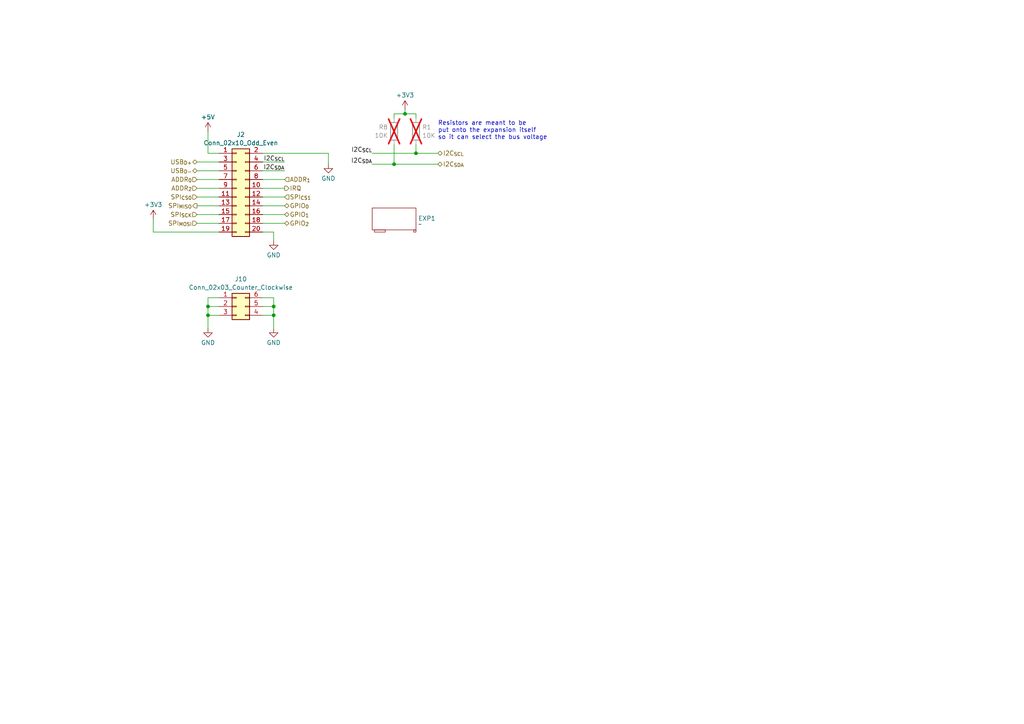
<source format=kicad_sch>
(kicad_sch (version 20231120) (generator "eeschema") (generator_version "8.0")
  (paper "A4")
  (lib_symbols
    (symbol "Connector_Generic:Conn_02x03_Counter_Clockwise" (pin_names (offset 1.016) hide)
      (property "Reference" "J" (at 1.27 5.08 0))
      (property "Value" "Conn_02x03_Counter_Clockwise" (at 1.27 -5.08 0))
      (symbol "Conn_02x03_Counter_Clockwise_1_1"
        (rectangle (start -1.27 -2.413) (end 0 -2.667) (stroke (width 0.1524)))
        (rectangle (start -1.27 0.127) (end 0 -0.127) (stroke (width 0.1524)))
        (rectangle (start -1.27 2.667) (end 0 2.413) (stroke (width 0.1524)))
        (rectangle (start -1.27 3.81) (end 3.81 -3.81) (stroke (width 0.254)) (fill (type background)))
        (rectangle (start 3.81 -2.413) (end 2.54 -2.667) (stroke (width 0.1524)))
        (rectangle (start 3.81 0.127) (end 2.54 -0.127) (stroke (width 0.1524)))
        (rectangle (start 3.81 2.667) (end 2.54 2.413) (stroke (width 0.1524)))
        (pin passive line (at -5.08 2.54 0) (length 3.81) (name "Pin_1") (number "1"))
        (pin passive line (at -5.08 0 0) (length 3.81) (name "Pin_2") (number "2"))
        (pin passive line (at -5.08 -2.54 0) (length 3.81) (name "Pin_3") (number "3"))
        (pin passive line (at 7.62 -2.54 180) (length 3.81) (name "Pin_4") (number "4"))
        (pin passive line (at 7.62 0 180) (length 3.81) (name "Pin_5") (number "5"))
        (pin passive line (at 7.62 2.54 180) (length 3.81) (name "Pin_6") (number "6"))
      )
    )
    (symbol "Connector_Generic:Conn_02x10_Odd_Even" (pin_names (offset 1.016) hide)
      (property "Reference" "J" (at 1.27 12.7 0))
      (property "Value" "Conn_02x10_Odd_Even" (at 1.27 -15.24 0))
      (symbol "Conn_02x10_Odd_Even_1_1"
        (rectangle (start -1.27 -12.573) (end 0 -12.827) (stroke (width 0.1524)))
        (rectangle (start -1.27 -10.033) (end 0 -10.287) (stroke (width 0.1524)))
        (rectangle (start -1.27 -7.493) (end 0 -7.747) (stroke (width 0.1524)))
        (rectangle (start -1.27 -4.953) (end 0 -5.207) (stroke (width 0.1524)))
        (rectangle (start -1.27 -2.413) (end 0 -2.667) (stroke (width 0.1524)))
        (rectangle (start -1.27 0.127) (end 0 -0.127) (stroke (width 0.1524)))
        (rectangle (start -1.27 2.667) (end 0 2.413) (stroke (width 0.1524)))
        (rectangle (start -1.27 5.207) (end 0 4.953) (stroke (width 0.1524)))
        (rectangle (start -1.27 7.747) (end 0 7.493) (stroke (width 0.1524)))
        (rectangle (start -1.27 10.287) (end 0 10.033) (stroke (width 0.1524)))
        (rectangle (start -1.27 11.43) (end 3.81 -13.97) (stroke (width 0.254)) (fill (type background)))
        (rectangle (start 3.81 -12.573) (end 2.54 -12.827) (stroke (width 0.1524)))
        (rectangle (start 3.81 -10.033) (end 2.54 -10.287) (stroke (width 0.1524)))
        (rectangle (start 3.81 -7.493) (end 2.54 -7.747) (stroke (width 0.1524)))
        (rectangle (start 3.81 -4.953) (end 2.54 -5.207) (stroke (width 0.1524)))
        (rectangle (start 3.81 -2.413) (end 2.54 -2.667) (stroke (width 0.1524)))
        (rectangle (start 3.81 0.127) (end 2.54 -0.127) (stroke (width 0.1524)))
        (rectangle (start 3.81 2.667) (end 2.54 2.413) (stroke (width 0.1524)))
        (rectangle (start 3.81 5.207) (end 2.54 4.953) (stroke (width 0.1524)))
        (rectangle (start 3.81 7.747) (end 2.54 7.493) (stroke (width 0.1524)))
        (rectangle (start 3.81 10.287) (end 2.54 10.033) (stroke (width 0.1524)))
        (pin passive line (at -5.08 10.16 0) (length 3.81) (name "Pin_1") (number "1"))
        (pin passive line (at 7.62 0 180) (length 3.81) (name "Pin_10") (number "10"))
        (pin passive line (at -5.08 -2.54 0) (length 3.81) (name "Pin_11") (number "11"))
        (pin passive line (at 7.62 -2.54 180) (length 3.81) (name "Pin_12") (number "12"))
        (pin passive line (at -5.08 -5.08 0) (length 3.81) (name "Pin_13") (number "13"))
        (pin passive line (at 7.62 -5.08 180) (length 3.81) (name "Pin_14") (number "14"))
        (pin passive line (at -5.08 -7.62 0) (length 3.81) (name "Pin_15") (number "15"))
        (pin passive line (at 7.62 -7.62 180) (length 3.81) (name "Pin_16") (number "16"))
        (pin passive line (at -5.08 -10.16 0) (length 3.81) (name "Pin_17") (number "17"))
        (pin passive line (at 7.62 -10.16 180) (length 3.81) (name "Pin_18") (number "18"))
        (pin passive line (at -5.08 -12.7 0) (length 3.81) (name "Pin_19") (number "19"))
        (pin passive line (at 7.62 10.16 180) (length 3.81) (name "Pin_2") (number "2"))
        (pin passive line (at 7.62 -12.7 180) (length 3.81) (name "Pin_20") (number "20"))
        (pin passive line (at -5.08 7.62 0) (length 3.81) (name "Pin_3") (number "3"))
        (pin passive line (at 7.62 7.62 180) (length 3.81) (name "Pin_4") (number "4"))
        (pin passive line (at -5.08 5.08 0) (length 3.81) (name "Pin_5") (number "5"))
        (pin passive line (at 7.62 5.08 180) (length 3.81) (name "Pin_6") (number "6"))
        (pin passive line (at -5.08 2.54 0) (length 3.81) (name "Pin_7") (number "7"))
        (pin passive line (at 7.62 2.54 180) (length 3.81) (name "Pin_8") (number "8"))
        (pin passive line (at -5.08 0 0) (length 3.81) (name "Pin_9") (number "9"))
      )
    )
    (symbol "Device:R" (pin_numbers hide) (pin_names (offset 0))
      (property "Reference" "R" (at 2.032 0 90))
      (property "Value" "R" (at 0 0 90))
      (symbol "R_0_1"
        (rectangle (start -1.016 -2.54) (end 1.016 2.54) (stroke (width 0.254)))
      )
      (symbol "R_1_1"
        (pin passive line (at 0 3.81 270) (length 1.27) (name "~") (number "1"))
        (pin passive line (at 0 -3.81 90) (length 1.27) (name "~") (number "2"))
      )
    )
    (symbol "Home Computer:Ashet_Expansion_Card" (pin_numbers hide) (pin_names (offset 0) hide) (in_bom no) (on_board no)
      (property "Reference" "EXP" (at 0 0 0))
      (symbol "Ashet_Expansion_Card_0_1"
        (rectangle (start -6.35 3.175) (end 6.35 -3.175))
        (rectangle (start -5.715 -3.175) (end -2.54 -3.81))
        (rectangle (start 6.35 -3.175) (end 5.715 -3.81))
      )
    )
    (symbol "power:+3V3" (power) (pin_names (offset 0))
      (property "Value" "+3V3" (at 0 3.556 0))
      (symbol "+3V3_0_1"
        (polyline (pts (xy -0.762 1.27) (xy 0 2.54)))
        (polyline (pts (xy 0 0) (xy 0 2.54)))
        (polyline (pts (xy 0 2.54) (xy 0.762 1.27)))
      )
      (symbol "+3V3_1_1"
        (pin power_in line (at 0 0 90) (length 0) hide (name "+3V3") (number "1"))
      )
    )
    (symbol "power:+5V" (power) (pin_names (offset 0))
      (property "Value" "+5V" (at 0 3.556 0))
      (symbol "+5V_0_1"
        (polyline (pts (xy -0.762 1.27) (xy 0 2.54)))
        (polyline (pts (xy 0 0) (xy 0 2.54)))
        (polyline (pts (xy 0 2.54) (xy 0.762 1.27)))
      )
      (symbol "+5V_1_1"
        (pin power_in line (at 0 0 90) (length 0) hide (name "+5V") (number "1"))
      )
    )
    (symbol "power:GND" (power) (pin_names (offset 0))
      (property "Value" "GND" (at 0 -3.81 0))
      (symbol "GND_0_1"
        (polyline (pts (xy 0 0) (xy 0 -1.27) (xy 1.27 -1.27) (xy 0 -2.54) (xy -1.27 -1.27) (xy 0 -1.27)))
      )
      (symbol "GND_1_1"
        (pin power_in line (at 0 0 270) (length 0) hide (name "GND") (number "1"))
      )
    )
  )
  (junction (at 79.375 88.9))
  (junction (at 120.65 44.45))
  (junction (at 60.325 88.9))
  (junction (at 117.475 33.02))
  (junction (at 114.3 47.625))
  (junction (at 60.325 91.44))
  (junction (at 79.375 91.44))
  (wire (pts (xy 117.475 33.02) (xy 120.65 33.02)))
  (wire (pts (xy 76.2 91.44) (xy 79.375 91.44)))
  (wire (pts (xy 120.65 41.91) (xy 120.65 44.45)))
  (wire (pts (xy 76.2 62.23) (xy 82.55 62.23)))
  (wire (pts (xy 60.325 88.9) (xy 60.325 91.44)))
  (wire (pts (xy 120.65 44.45) (xy 127 44.45)))
  (wire (pts (xy 76.2 46.99) (xy 82.55 46.99)))
  (wire (pts (xy 79.375 91.44) (xy 79.375 95.25)))
  (wire (pts (xy 60.325 86.36) (xy 60.325 88.9)))
  (wire (pts (xy 60.325 38.1) (xy 60.325 44.45)))
  (wire (pts (xy 79.375 86.36) (xy 79.375 88.9)))
  (wire (pts (xy 57.15 57.15) (xy 63.5 57.15)))
  (wire (pts (xy 120.65 34.29) (xy 120.65 33.02)))
  (wire (pts (xy 76.2 49.53) (xy 82.55 49.53)))
  (wire (pts (xy 63.5 86.36) (xy 60.325 86.36)))
  (wire (pts (xy 57.15 54.61) (xy 63.5 54.61)))
  (wire (pts (xy 107.95 44.45) (xy 120.65 44.45)))
  (wire (pts (xy 114.3 33.02) (xy 117.475 33.02)))
  (wire (pts (xy 60.325 91.44) (xy 63.5 91.44)))
  (wire (pts (xy 60.325 91.44) (xy 60.325 95.25)))
  (wire (pts (xy 76.2 86.36) (xy 79.375 86.36)))
  (wire (pts (xy 117.475 31.75) (xy 117.475 33.02)))
  (wire (pts (xy 76.2 54.61) (xy 82.55 54.61)))
  (wire (pts (xy 44.45 63.5) (xy 44.45 67.31)))
  (wire (pts (xy 57.15 52.07) (xy 63.5 52.07)))
  (wire (pts (xy 60.325 88.9) (xy 63.5 88.9)))
  (wire (pts (xy 107.95 47.625) (xy 114.3 47.625)))
  (wire (pts (xy 57.15 64.77) (xy 63.5 64.77)))
  (wire (pts (xy 57.15 49.53) (xy 63.5 49.53)))
  (wire (pts (xy 114.3 41.91) (xy 114.3 47.625)))
  (wire (pts (xy 76.2 88.9) (xy 79.375 88.9)))
  (wire (pts (xy 76.2 59.69) (xy 82.55 59.69)))
  (wire (pts (xy 57.15 46.99) (xy 63.5 46.99)))
  (wire (pts (xy 57.15 59.69) (xy 63.5 59.69)))
  (wire (pts (xy 76.2 52.07) (xy 82.55 52.07)))
  (wire (pts (xy 95.25 44.45) (xy 76.2 44.45)))
  (wire (pts (xy 114.3 47.625) (xy 127 47.625)))
  (wire (pts (xy 76.2 64.77) (xy 82.55 64.77)))
  (wire (pts (xy 76.2 67.31) (xy 79.375 67.31)))
  (wire (pts (xy 63.5 44.45) (xy 60.325 44.45)))
  (wire (pts (xy 79.375 67.31) (xy 79.375 69.85)))
  (wire (pts (xy 79.375 88.9) (xy 79.375 91.44)))
  (wire (pts (xy 57.15 62.23) (xy 63.5 62.23)))
  (wire (pts (xy 76.2 57.15) (xy 82.55 57.15)))
  (wire (pts (xy 95.25 47.625) (xy 95.25 44.45)))
  (wire (pts (xy 63.5 67.31) (xy 44.45 67.31)))
  (wire (pts (xy 114.3 34.29) (xy 114.3 33.02)))
  (text "Resistors are meant to be\nput onto the expansion itself\nso it can select the bus voltage" (at 127 40.64 0) (effects (font (size 1.27 1.27)) (justify left bottom)))
  (label "I2C_{SCL}" (at 107.95 44.45 180))
  (label "I2C_{SDA}" (at 82.55 49.53 180))
  (label "I2C_{SCL}" (at 82.55 46.99 180))
  (label "I2C_{SDA}" (at 107.95 47.625 180))
  (hierarchical_label "ADDR_{2}" (shape input) (at 57.15 54.61 180))
  (hierarchical_label "SPI_{CS0}" (shape input) (at 57.15 57.15 180))
  (hierarchical_label "GPIO_{2}" (shape bidirectional) (at 82.55 64.77 0))
  (hierarchical_label "ADDR_{0}" (shape input) (at 57.15 52.07 180))
  (hierarchical_label "ADDR_{1}" (shape input) (at 82.55 52.07 0))
  (hierarchical_label "USB_{D-}" (shape bidirectional) (at 57.15 49.53 180))
  (hierarchical_label "IRQ" (shape output) (at 82.55 54.61 0))
  (hierarchical_label "SPI_{MOSI}" (shape input) (at 57.15 64.77 180))
  (hierarchical_label "I2C_{SDA}" (shape bidirectional) (at 127 47.625 0))
  (hierarchical_label "SPI_{SCK}" (shape input) (at 57.15 62.23 180))
  (hierarchical_label "SPI_{MISO}" (shape output) (at 57.15 59.69 180))
  (hierarchical_label "GPIO_{1}" (shape bidirectional) (at 82.55 62.23 0))
  (hierarchical_label "I2C_{SCL}" (shape bidirectional) (at 127 44.45 0))
  (hierarchical_label "GPIO_{0}" (shape bidirectional) (at 82.55 59.69 0))
  (hierarchical_label "SPI_{CS1}" (shape input) (at 82.55 57.15 0))
  (hierarchical_label "USB_{D+}" (shape bidirectional) (at 57.15 46.99 180))
  (symbol (lib_id "power:GND") (at 79.375 95.25 0) (unit 1)
    (property "Reference" "#PWR0100" (effects (hide yes)))
    (property "Value" "GND" (at 79.375 99.3831 0))
    (instances (project "Mainboard" (path "" (reference "#PWR0100") (unit 1)) (path "" (reference "#PWR0101") (unit 1)) (path "" (reference "#PWR0102") (unit 1)) (path "" (reference "#PWR0103") (unit 1)) (path "" (reference "#PWR0104") (unit 1)) (path "" (reference "#PWR0105") (unit 1)) (path "" (reference "#PWR0106") (unit 1))))
  )
  (symbol (lib_id "Device:R") (at 120.65 38.1 0) (unit 1) (in_bom no) (dnp yes)
    (property "Reference" "R1" (at 122.428 36.8879 0) (effects (justify left)))
    (property "Value" "10K" (at 122.428 39.3121 0) (effects (justify left)))
    (property "Footprint" "Resistor_SMD:R_0603_1608Metric_Pad0.98x0.95mm_HandSolder" (effects (hide yes)))
    (instances (project "Mainboard" (path "" (reference "R1") (unit 1)) (path "" (reference "R2") (unit 1)) (path "" (reference "R3") (unit 1)) (path "" (reference "R4") (unit 1)) (path "" (reference "R5") (unit 1)) (path "" (reference "R6") (unit 1)) (path "" (reference "R7") (unit 1))))
  )
  (symbol (lib_id "power:GND") (at 60.325 95.25 0) (unit 1)
    (property "Reference" "#PWR052" (effects (hide yes)))
    (property "Value" "GND" (at 60.325 99.3831 0))
    (instances (project "Mainboard" (path "" (reference "#PWR052") (unit 1)) (path "" (reference "#PWR053") (unit 1)) (path "" (reference "#PWR054") (unit 1)) (path "" (reference "#PWR055") (unit 1)) (path "" (reference "#PWR097") (unit 1)) (path "" (reference "#PWR098") (unit 1)) (path "" (reference "#PWR099") (unit 1))))
  )
  (symbol (lib_id "power:+3V3") (at 44.45 63.5 0) (unit 1)
    (property "Reference" "#PWR09" (effects (hide yes)))
    (property "Value" "+3V3" (at 44.45 59.3669 0))
    (instances (project "Mainboard" (path "" (reference "#PWR09") (unit 1)) (path "" (reference "#PWR015") (unit 1)) (path "" (reference "#PWR021") (unit 1)) (path "" (reference "#PWR027") (unit 1)) (path "" (reference "#PWR033") (unit 1)) (path "" (reference "#PWR039") (unit 1)) (path "" (reference "#PWR01") (unit 1))))
  )
  (symbol (lib_id "Home Computer:Ashet_Expansion_Card") (at 114.3 63.5 0) (unit 1) (in_bom no)
    (property "Reference" "EXP1" (at 121.285 63.3483 0) (effects (justify left)))
    (property "Value" "~" (at 121.285 65.0297 0) (effects (justify left)))
    (property "Footprint" "Home Computer:Expansion Card Preview" (effects (hide yes)))
    (instances (project "Mainboard" (path "" (reference "EXP1") (unit 1)) (path "" (reference "EXP2") (unit 1)) (path "" (reference "EXP3") (unit 1)) (path "" (reference "EXP4") (unit 1)) (path "" (reference "EXP5") (unit 1)) (path "" (reference "EXP6") (unit 1)) (path "" (reference "EXP7") (unit 1))))
  )
  (symbol (lib_id "power:GND") (at 79.375 69.85 0) (unit 1)
    (property "Reference" "#PWR02" (effects (hide yes)))
    (property "Value" "GND" (at 79.375 73.9831 0))
    (instances (project "Mainboard" (path "" (reference "#PWR02") (unit 1)) (path "" (reference "#PWR011") (unit 1)) (path "" (reference "#PWR017") (unit 1)) (path "" (reference "#PWR023") (unit 1)) (path "" (reference "#PWR029") (unit 1)) (path "" (reference "#PWR035") (unit 1)) (path "" (reference "#PWR041") (unit 1))))
  )
  (symbol (lib_id "Connector_Generic:Conn_02x10_Odd_Even") (at 68.58 54.61 0) (unit 1)
    (property "Reference" "J2" (at 69.85 39.0357 0))
    (property "Value" "Conn_02x10_Odd_Even" (at 69.85 41.4599 0))
    (property "Footprint" "Connector_PinSocket_2.54mm:PinSocket_2x10_P2.54mm_Vertical" (effects (hide yes)))
    (instances (project "Mainboard" (path "" (reference "J2") (unit 1)) (path "" (reference "J3") (unit 1)) (path "" (reference "J4") (unit 1)) (path "" (reference "J5") (unit 1)) (path "" (reference "J6") (unit 1)) (path "" (reference "J7") (unit 1)) (path "" (reference "J1") (unit 1))))
  )
  (symbol (lib_id "power:+3V3") (at 117.475 31.75 0) (unit 1)
    (property "Reference" "#PWR070" (effects (hide yes)))
    (property "Value" "+3V3" (at 117.475 27.6169 0))
    (instances (project "Mainboard" (path "" (reference "#PWR070") (unit 1)) (path "" (reference "#PWR071") (unit 1)) (path "" (reference "#PWR072") (unit 1)) (path "" (reference "#PWR073") (unit 1)) (path "" (reference "#PWR074") (unit 1)) (path "" (reference "#PWR075") (unit 1)) (path "" (reference "#PWR076") (unit 1))))
  )
  (symbol (lib_id "power:GND") (at 95.25 47.625 0) (unit 1)
    (property "Reference" "#PWR03" (effects (hide yes)))
    (property "Value" "GND" (at 95.25 51.7581 0))
    (instances (project "Mainboard" (path "" (reference "#PWR03") (unit 1)) (path "" (reference "#PWR012") (unit 1)) (path "" (reference "#PWR018") (unit 1)) (path "" (reference "#PWR024") (unit 1)) (path "" (reference "#PWR030") (unit 1)) (path "" (reference "#PWR036") (unit 1)) (path "" (reference "#PWR042") (unit 1))))
  )
  (symbol (lib_id "power:+5V") (at 60.325 38.1 0) (unit 1)
    (property "Reference" "#PWR010" (effects (hide yes)))
    (property "Value" "+5V" (at 60.325 33.9669 0))
    (instances (project "Mainboard" (path "" (reference "#PWR010") (unit 1)) (path "" (reference "#PWR016") (unit 1)) (path "" (reference "#PWR022") (unit 1)) (path "" (reference "#PWR028") (unit 1)) (path "" (reference "#PWR034") (unit 1)) (path "" (reference "#PWR040") (unit 1)) (path "" (reference "#PWR04") (unit 1))))
  )
  (symbol (lib_id "Connector_Generic:Conn_02x03_Counter_Clockwise") (at 68.58 88.9 0) (unit 1)
    (property "Reference" "J10" (at 69.85 80.9457 0))
    (property "Value" "Conn_02x03_Counter_Clockwise" (at 69.85 83.3699 0))
    (property "Footprint" "Connector_PinSocket_2.54mm:PinSocket_2x03_P2.54mm_Vertical" (effects (hide yes)))
    (instances (project "Mainboard" (path "" (reference "J10") (unit 1)) (path "" (reference "J11") (unit 1)) (path "" (reference "J17") (unit 1)) (path "" (reference "J18") (unit 1)) (path "" (reference "J19") (unit 1)) (path "" (reference "J20") (unit 1)) (path "" (reference "J21") (unit 1))))
  )
  (symbol (lib_id "Device:R") (at 114.3 38.1 0) (mirror y) (unit 1) (in_bom no) (dnp yes)
    (property "Reference" "R8" (at 112.522 36.8879 0) (effects (justify left)))
    (property "Value" "10K" (at 112.522 39.3121 0) (effects (justify left)))
    (property "Footprint" "Resistor_SMD:R_0603_1608Metric_Pad0.98x0.95mm_HandSolder" (effects (hide yes)))
    (instances (project "Mainboard" (path "" (reference "R8") (unit 1)) (path "" (reference "R9") (unit 1)) (path "" (reference "R10") (unit 1)) (path "" (reference "R11") (unit 1)) (path "" (reference "R12") (unit 1)) (path "" (reference "R13") (unit 1)) (path "" (reference "R14") (unit 1))))
  )
)
</source>
